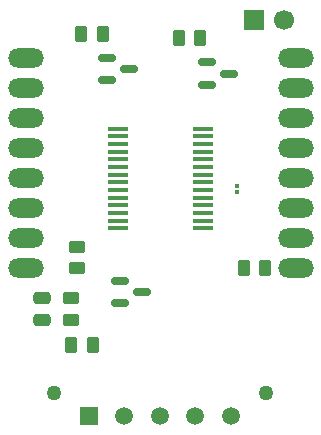
<source format=gts>
G04 #@! TF.GenerationSoftware,KiCad,Pcbnew,9.0.2*
G04 #@! TF.CreationDate,2025-07-08T18:24:22-03:00*
G04 #@! TF.ProjectId,BottomBoardCam,426f7474-6f6d-4426-9f61-726443616d2e,rev?*
G04 #@! TF.SameCoordinates,Original*
G04 #@! TF.FileFunction,Soldermask,Top*
G04 #@! TF.FilePolarity,Negative*
%FSLAX46Y46*%
G04 Gerber Fmt 4.6, Leading zero omitted, Abs format (unit mm)*
G04 Created by KiCad (PCBNEW 9.0.2) date 2025-07-08 18:24:22*
%MOMM*%
%LPD*%
G01*
G04 APERTURE LIST*
G04 Aperture macros list*
%AMRoundRect*
0 Rectangle with rounded corners*
0 $1 Rounding radius*
0 $2 $3 $4 $5 $6 $7 $8 $9 X,Y pos of 4 corners*
0 Add a 4 corners polygon primitive as box body*
4,1,4,$2,$3,$4,$5,$6,$7,$8,$9,$2,$3,0*
0 Add four circle primitives for the rounded corners*
1,1,$1+$1,$2,$3*
1,1,$1+$1,$4,$5*
1,1,$1+$1,$6,$7*
1,1,$1+$1,$8,$9*
0 Add four rect primitives between the rounded corners*
20,1,$1+$1,$2,$3,$4,$5,0*
20,1,$1+$1,$4,$5,$6,$7,0*
20,1,$1+$1,$6,$7,$8,$9,0*
20,1,$1+$1,$8,$9,$2,$3,0*%
G04 Aperture macros list end*
%ADD10RoundRect,0.250000X0.475000X-0.250000X0.475000X0.250000X-0.475000X0.250000X-0.475000X-0.250000X0*%
%ADD11RoundRect,0.250000X-0.450000X0.262500X-0.450000X-0.262500X0.450000X-0.262500X0.450000X0.262500X0*%
%ADD12RoundRect,0.250000X0.262500X0.450000X-0.262500X0.450000X-0.262500X-0.450000X0.262500X-0.450000X0*%
%ADD13C,1.270000*%
%ADD14C,1.520000*%
%ADD15R,1.520000X1.520000*%
%ADD16RoundRect,0.250000X-0.262500X-0.450000X0.262500X-0.450000X0.262500X0.450000X-0.262500X0.450000X0*%
%ADD17RoundRect,0.150000X-0.587500X-0.150000X0.587500X-0.150000X0.587500X0.150000X-0.587500X0.150000X0*%
%ADD18RoundRect,0.075000X0.075000X-0.125000X0.075000X0.125000X-0.075000X0.125000X-0.075000X-0.125000X0*%
%ADD19R,1.750000X0.450000*%
%ADD20R,1.700000X1.700000*%
%ADD21C,1.700000*%
%ADD22O,3.048800X1.626400*%
G04 APERTURE END LIST*
D10*
X146500000Y-97900000D03*
X146500000Y-96000000D03*
D11*
X149000000Y-97825000D03*
X149000000Y-96000000D03*
D12*
X149000000Y-100000000D03*
X150825000Y-100000000D03*
D13*
X165500000Y-104000000D03*
X147500000Y-104000000D03*
D14*
X162500000Y-105960000D03*
X159500000Y-105960000D03*
X156500000Y-105960000D03*
X153500000Y-105960000D03*
D15*
X150500000Y-105960000D03*
D16*
X163587500Y-93500000D03*
X165412500Y-93500000D03*
D17*
X160500000Y-76050000D03*
X160500000Y-77950000D03*
X162375000Y-77000000D03*
D18*
X163000000Y-87025000D03*
X163000000Y-86525000D03*
D16*
X158112500Y-74000000D03*
X159937500Y-74000000D03*
D17*
X153125000Y-94550000D03*
X153125000Y-96450000D03*
X155000000Y-95500000D03*
X152000000Y-75650000D03*
X152000000Y-77550000D03*
X153875000Y-76600000D03*
D16*
X149850000Y-73650000D03*
X151675000Y-73650000D03*
D11*
X149500000Y-91675000D03*
X149500000Y-93500000D03*
D19*
X152970000Y-81655000D03*
X152970000Y-82305000D03*
X152970000Y-82955000D03*
X152970000Y-83605000D03*
X152970000Y-84255000D03*
X152970000Y-84905000D03*
X152970000Y-85555000D03*
X152970000Y-86205000D03*
X152970000Y-86855000D03*
X152970000Y-87505000D03*
X152970000Y-88155000D03*
X152970000Y-88805000D03*
X152970000Y-89455000D03*
X152970000Y-90105000D03*
X160170000Y-90105000D03*
X160170000Y-89455000D03*
X160170000Y-88805000D03*
X160170000Y-88155000D03*
X160170000Y-87505000D03*
X160170000Y-86855000D03*
X160170000Y-86205000D03*
X160170000Y-85555000D03*
X160170000Y-84905000D03*
X160170000Y-84255000D03*
X160170000Y-83605000D03*
X160170000Y-82955000D03*
X160170000Y-82305000D03*
X160170000Y-81655000D03*
D20*
X164460000Y-72500000D03*
D21*
X167000000Y-72500000D03*
D22*
X145140000Y-75720000D03*
X145140000Y-78260000D03*
X145140000Y-80800000D03*
X145140000Y-83340000D03*
X145140000Y-85880000D03*
X145140000Y-88420000D03*
X145140000Y-90960000D03*
X145140000Y-93500000D03*
X168000000Y-93500000D03*
X168000000Y-90960000D03*
X168000000Y-88420000D03*
X168000000Y-85880000D03*
X168000000Y-83340000D03*
X168000000Y-80800000D03*
X168000000Y-78260000D03*
X168000000Y-75720000D03*
M02*

</source>
